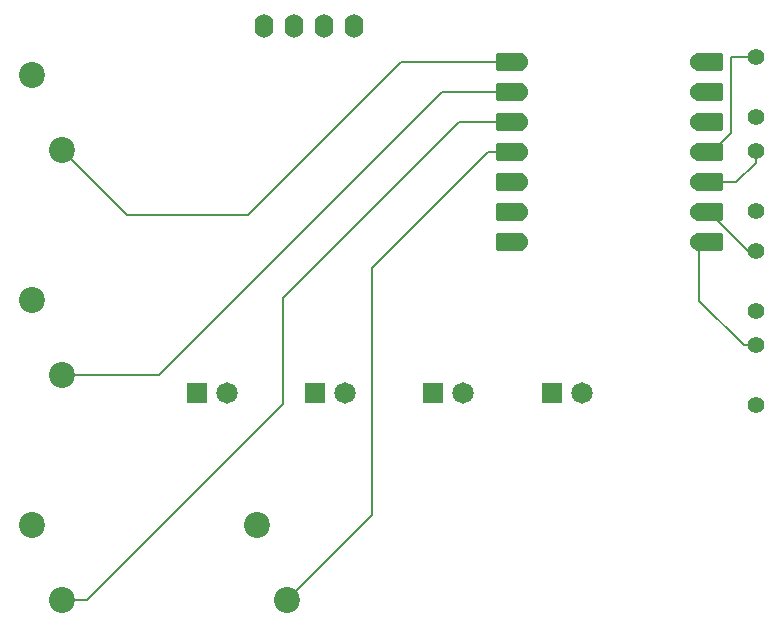
<source format=gbr>
%TF.GenerationSoftware,KiCad,Pcbnew,9.0.3*%
%TF.CreationDate,2025-07-31T16:39:17+03:00*%
%TF.ProjectId,BinaryCounter,42696e61-7279-4436-9f75-6e7465722e6b,V0.1*%
%TF.SameCoordinates,Original*%
%TF.FileFunction,Copper,L1,Top*%
%TF.FilePolarity,Positive*%
%FSLAX46Y46*%
G04 Gerber Fmt 4.6, Leading zero omitted, Abs format (unit mm)*
G04 Created by KiCad (PCBNEW 9.0.3) date 2025-07-31 16:39:17*
%MOMM*%
%LPD*%
G01*
G04 APERTURE LIST*
G04 Aperture macros list*
%AMRoundRect*
0 Rectangle with rounded corners*
0 $1 Rounding radius*
0 $2 $3 $4 $5 $6 $7 $8 $9 X,Y pos of 4 corners*
0 Add a 4 corners polygon primitive as box body*
4,1,4,$2,$3,$4,$5,$6,$7,$8,$9,$2,$3,0*
0 Add four circle primitives for the rounded corners*
1,1,$1+$1,$2,$3*
1,1,$1+$1,$4,$5*
1,1,$1+$1,$6,$7*
1,1,$1+$1,$8,$9*
0 Add four rect primitives between the rounded corners*
20,1,$1+$1,$2,$3,$4,$5,0*
20,1,$1+$1,$4,$5,$6,$7,0*
20,1,$1+$1,$6,$7,$8,$9,0*
20,1,$1+$1,$8,$9,$2,$3,0*%
G04 Aperture macros list end*
%TA.AperFunction,SMDPad,CuDef*%
%ADD10RoundRect,0.152400X1.063600X0.609600X-1.063600X0.609600X-1.063600X-0.609600X1.063600X-0.609600X0*%
%TD*%
%TA.AperFunction,ComponentPad*%
%ADD11C,1.524000*%
%TD*%
%TA.AperFunction,SMDPad,CuDef*%
%ADD12RoundRect,0.152400X-1.063600X-0.609600X1.063600X-0.609600X1.063600X0.609600X-1.063600X0.609600X0*%
%TD*%
%TA.AperFunction,ComponentPad*%
%ADD13R,1.815000X1.815000*%
%TD*%
%TA.AperFunction,ComponentPad*%
%ADD14C,1.815000*%
%TD*%
%TA.AperFunction,ComponentPad*%
%ADD15O,1.600000X2.000000*%
%TD*%
%TA.AperFunction,ComponentPad*%
%ADD16C,1.400000*%
%TD*%
%TA.AperFunction,ComponentPad*%
%ADD17C,2.200000*%
%TD*%
%TA.AperFunction,Conductor*%
%ADD18C,0.200000*%
%TD*%
G04 APERTURE END LIST*
D10*
%TO.P,U1,1,GPIO26/ADC0/A0*%
%TO.N,button1*%
X117407641Y-44742641D03*
D11*
X118242641Y-44742641D03*
D10*
%TO.P,U1,2,GPIO27/ADC1/A1*%
%TO.N,button2*%
X117407641Y-47282641D03*
D11*
X118242641Y-47282641D03*
D10*
%TO.P,U1,3,GPIO28/ADC2/A2*%
%TO.N,button3*%
X117407641Y-49822641D03*
D11*
X118242641Y-49822641D03*
D10*
%TO.P,U1,4,GPIO29/ADC3/A3*%
%TO.N,button4*%
X117407641Y-52362641D03*
D11*
X118242641Y-52362641D03*
D10*
%TO.P,U1,5,GPIO6/SDA*%
%TO.N,OLED_SDA*%
X117407641Y-54902641D03*
D11*
X118242641Y-54902641D03*
D10*
%TO.P,U1,6,GPIO7/SCL*%
%TO.N,OLED_SCL*%
X117407641Y-57442641D03*
D11*
X118242641Y-57442641D03*
D10*
%TO.P,U1,7,GPIO0/TX*%
%TO.N,unconnected-(U1-GPIO0{slash}TX-Pad7)*%
X117407641Y-59982641D03*
D11*
%TO.N,unconnected-(U1-GPIO0{slash}TX-Pad7)_1*%
X118242641Y-59982641D03*
%TO.P,U1,8,GPIO1/RX*%
%TO.N,LED1*%
X133482641Y-59982641D03*
D12*
X134317641Y-59982641D03*
D11*
%TO.P,U1,9,GPIO2/SCK*%
%TO.N,LED2*%
X133482641Y-57442641D03*
D12*
X134317641Y-57442641D03*
D11*
%TO.P,U1,10,GPIO4/MISO*%
%TO.N,LED3*%
X133482641Y-54902641D03*
D12*
X134317641Y-54902641D03*
D11*
%TO.P,U1,11,GPIO3/MOSI*%
%TO.N,LED4*%
X133482641Y-52362641D03*
D12*
X134317641Y-52362641D03*
D11*
%TO.P,U1,12,3V3*%
%TO.N,3V3*%
X133482641Y-49822641D03*
D12*
X134317641Y-49822641D03*
D11*
%TO.P,U1,13,GND*%
%TO.N,GND*%
X133482641Y-47282641D03*
D12*
X134317641Y-47282641D03*
D11*
%TO.P,U1,14,VBUS*%
%TO.N,unconnected-(U1-VBUS-Pad14)*%
X133482641Y-44742641D03*
D12*
%TO.N,unconnected-(U1-VBUS-Pad14)_1*%
X134317641Y-44742641D03*
%TD*%
D13*
%TO.P,D4,C*%
%TO.N,GND*%
X120972641Y-72742641D03*
D14*
%TO.P,D4,A*%
%TO.N,Net-(D4-PadA)*%
X123512641Y-72742641D03*
%TD*%
D13*
%TO.P,D3,C*%
%TO.N,GND*%
X110972641Y-72742641D03*
D14*
%TO.P,D3,A*%
%TO.N,Net-(D3-PadA)*%
X113512641Y-72742641D03*
%TD*%
D13*
%TO.P,D2,C*%
%TO.N,GND*%
X100972641Y-72742641D03*
D14*
%TO.P,D2,A*%
%TO.N,Net-(D2-PadA)*%
X103512641Y-72742641D03*
%TD*%
D13*
%TO.P,D1,C*%
%TO.N,GND*%
X90972641Y-72742641D03*
D14*
%TO.P,D1,A*%
%TO.N,Net-(D1-PadA)*%
X93512641Y-72742641D03*
%TD*%
D15*
%TO.P,Brd1,4,SDA*%
%TO.N,OLED_SDA*%
X104242641Y-41742641D03*
%TO.P,Brd1,3,SCL*%
%TO.N,OLED_SCL*%
X101702641Y-41742641D03*
%TO.P,Brd1,1,GND*%
%TO.N,GND*%
X96622641Y-41742641D03*
%TO.P,Brd1,2,VCC*%
%TO.N,3V3*%
X99162641Y-41742641D03*
%TD*%
D16*
%TO.P,R1,1*%
%TO.N,Net-(D1-PadA)*%
X138242641Y-73822641D03*
%TO.P,R1,2*%
%TO.N,LED1*%
X138242641Y-68742641D03*
%TD*%
D17*
%TO.P,SW2,1,1*%
%TO.N,button2*%
X79516633Y-71275582D03*
%TO.P,SW2,2,2*%
%TO.N,GND*%
X76976633Y-64925582D03*
%TD*%
D16*
%TO.P,R3,1*%
%TO.N,Net-(D3-PadA)*%
X138242641Y-57362641D03*
%TO.P,R3,2*%
%TO.N,LED3*%
X138242641Y-52282641D03*
%TD*%
%TO.P,R4,1*%
%TO.N,Net-(D4-PadA)*%
X138242641Y-49381861D03*
%TO.P,R4,2*%
%TO.N,LED4*%
X138242641Y-44301861D03*
%TD*%
D17*
%TO.P,SW4,1,1*%
%TO.N,button4*%
X98551910Y-90313709D03*
%TO.P,SW4,2,2*%
%TO.N,GND*%
X96011910Y-83963709D03*
%TD*%
D16*
%TO.P,R2,1*%
%TO.N,Net-(D2-PadA)*%
X138242641Y-65841861D03*
%TO.P,R2,2*%
%TO.N,LED2*%
X138242641Y-60761861D03*
%TD*%
D17*
%TO.P,SW1,1,1*%
%TO.N,button1*%
X79487808Y-52186611D03*
%TO.P,SW1,2,2*%
%TO.N,GND*%
X76947808Y-45836611D03*
%TD*%
%TO.P,SW3,1,1*%
%TO.N,button3*%
X79518772Y-90313709D03*
%TO.P,SW3,2,2*%
%TO.N,GND*%
X76978772Y-83963709D03*
%TD*%
D18*
%TO.N,button1*%
X79487808Y-52186611D02*
X85043838Y-57742641D01*
%TO.N,LED3*%
X138242641Y-53282641D02*
X136622641Y-54902641D01*
%TO.N,button1*%
X108242641Y-44742641D02*
X118242641Y-44742641D01*
X95242641Y-57742641D02*
X108242641Y-44742641D01*
%TO.N,LED3*%
X136622641Y-54902641D02*
X134317641Y-54902641D01*
%TO.N,button2*%
X111702641Y-47282641D02*
X117407641Y-47282641D01*
X87709700Y-71275582D02*
X111702641Y-47282641D01*
%TO.N,button3*%
X98242641Y-73742641D02*
X98242641Y-64742641D01*
%TO.N,OLED_SCL*%
X101702641Y-41980271D02*
X101702641Y-41742641D01*
X118242641Y-57442641D02*
X117165011Y-57442641D01*
%TO.N,button3*%
X98242641Y-64742641D02*
X113162641Y-49822641D01*
%TO.N,button1*%
X85043838Y-57742641D02*
X95242641Y-57742641D01*
%TO.N,OLED_SDA*%
X118242641Y-54902641D02*
X117402641Y-54902641D01*
%TO.N,LED4*%
X136180271Y-44301861D02*
X138242641Y-44301861D01*
%TO.N,button3*%
X113162641Y-49822641D02*
X118242641Y-49822641D01*
%TO.N,button4*%
X115622641Y-52362641D02*
X118242641Y-52362641D01*
%TO.N,LED4*%
X134560271Y-52362641D02*
X136180271Y-50742641D01*
%TO.N,button4*%
X105742641Y-83122978D02*
X105742641Y-62242641D01*
%TO.N,LED2*%
X138242641Y-60761861D02*
X137636861Y-60761861D01*
%TO.N,button2*%
X79516633Y-71275582D02*
X87709700Y-71275582D01*
%TO.N,LED4*%
X136180271Y-50742641D02*
X136180271Y-44301861D01*
X133482641Y-52362641D02*
X134560271Y-52362641D01*
%TO.N,button3*%
X79518772Y-90313709D02*
X81671573Y-90313709D01*
%TO.N,LED1*%
X138242641Y-68742641D02*
X137242641Y-68742641D01*
%TO.N,button4*%
X98551910Y-90313709D02*
X105742641Y-83122978D01*
%TO.N,LED3*%
X138242641Y-52282641D02*
X138242641Y-53282641D01*
%TO.N,button3*%
X81671573Y-90313709D02*
X98242641Y-73742641D01*
%TO.N,button4*%
X105742641Y-62242641D02*
X115622641Y-52362641D01*
%TO.N,LED1*%
X133482641Y-64982641D02*
X133482641Y-59982641D01*
X137242641Y-68742641D02*
X133482641Y-64982641D01*
%TO.N,LED2*%
X137636861Y-60761861D02*
X134317641Y-57442641D01*
%TD*%
M02*

</source>
